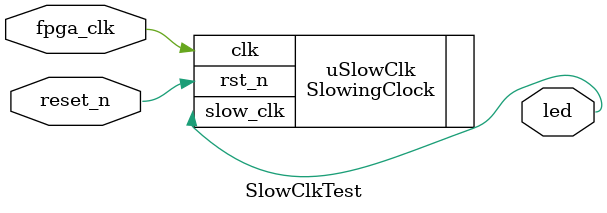
<source format=v>
`timescale 1ns / 1ps


module SlowClkTest(
    input             fpga_clk, reset_n,
    output led
    );
    SlowingClock uSlowClk(.clk(fpga_clk),.rst_n(reset_n),.slow_clk(led));
endmodule

</source>
